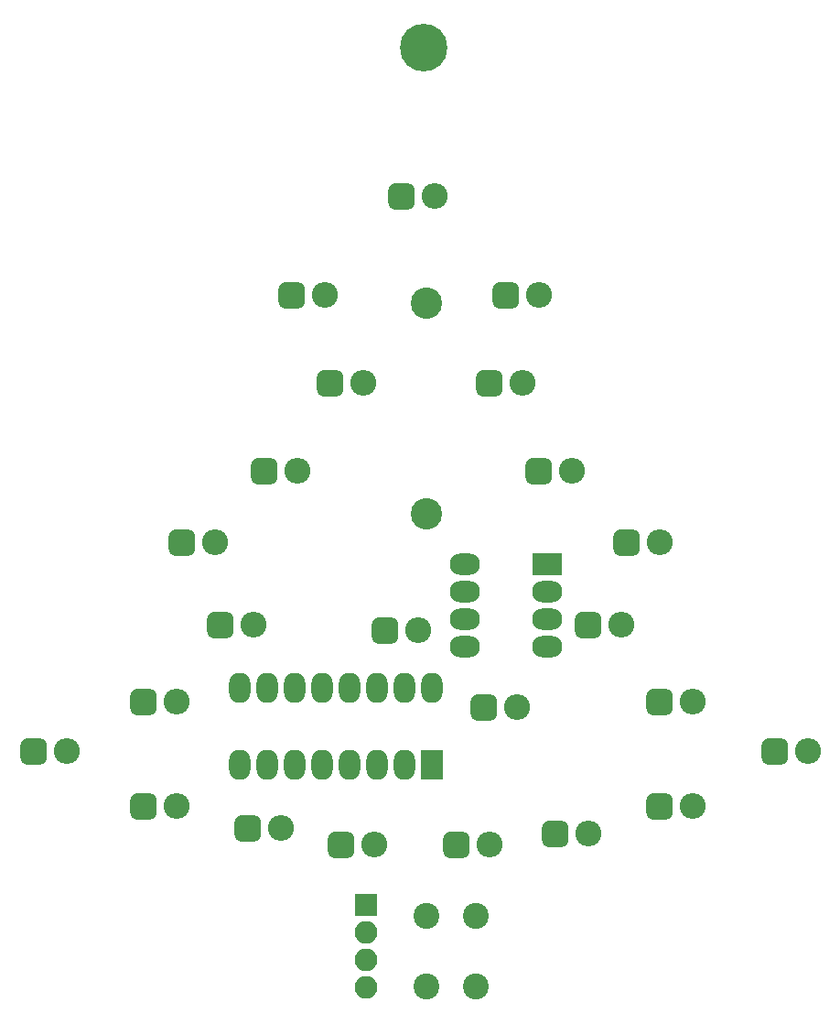
<source format=gbr>
G04 #@! TF.GenerationSoftware,KiCad,Pcbnew,(5.0.0)*
G04 #@! TF.CreationDate,2019-09-06T15:11:28-04:00*
G04 #@! TF.ProjectId,Christmas Tree,4368726973746D617320547265652E6B,rev?*
G04 #@! TF.SameCoordinates,Original*
G04 #@! TF.FileFunction,Soldermask,Bot*
G04 #@! TF.FilePolarity,Negative*
%FSLAX46Y46*%
G04 Gerber Fmt 4.6, Leading zero omitted, Abs format (unit mm)*
G04 Created by KiCad (PCBNEW (5.0.0)) date 09/06/19 15:11:28*
%MOMM*%
%LPD*%
G01*
G04 APERTURE LIST*
%ADD10C,2.900000*%
%ADD11C,2.400000*%
%ADD12C,4.400000*%
%ADD13C,0.100000*%
%ADD14O,2.400000X2.400000*%
%ADD15R,2.000000X2.800000*%
%ADD16O,2.000000X2.800000*%
%ADD17O,2.100000X2.100000*%
%ADD18R,2.100000X2.100000*%
%ADD19O,2.800000X2.000000*%
%ADD20R,2.800000X2.000000*%
G04 APERTURE END LIST*
D10*
G04 #@! TO.C,Battery1*
X133096000Y-100456000D03*
X133096000Y-80956000D03*
G04 #@! TD*
D11*
G04 #@! TO.C,BTN1*
X133168000Y-137668000D03*
X137668000Y-137668000D03*
X133168000Y-144168000D03*
X137668000Y-144168000D03*
G04 #@! TD*
D12*
G04 #@! TO.C,HOOK*
X132842000Y-57364000D03*
G04 #@! TD*
D13*
G04 #@! TO.C,D1*
G36*
X125884810Y-129866889D02*
X125943054Y-129875529D01*
X126000171Y-129889836D01*
X126055610Y-129909672D01*
X126108838Y-129934847D01*
X126159342Y-129965118D01*
X126206636Y-130000194D01*
X126250264Y-130039736D01*
X126289806Y-130083364D01*
X126324882Y-130130658D01*
X126355153Y-130181162D01*
X126380328Y-130234390D01*
X126400164Y-130289829D01*
X126414471Y-130346946D01*
X126423111Y-130405190D01*
X126426000Y-130464000D01*
X126426000Y-131664000D01*
X126423111Y-131722810D01*
X126414471Y-131781054D01*
X126400164Y-131838171D01*
X126380328Y-131893610D01*
X126355153Y-131946838D01*
X126324882Y-131997342D01*
X126289806Y-132044636D01*
X126250264Y-132088264D01*
X126206636Y-132127806D01*
X126159342Y-132162882D01*
X126108838Y-132193153D01*
X126055610Y-132218328D01*
X126000171Y-132238164D01*
X125943054Y-132252471D01*
X125884810Y-132261111D01*
X125826000Y-132264000D01*
X124626000Y-132264000D01*
X124567190Y-132261111D01*
X124508946Y-132252471D01*
X124451829Y-132238164D01*
X124396390Y-132218328D01*
X124343162Y-132193153D01*
X124292658Y-132162882D01*
X124245364Y-132127806D01*
X124201736Y-132088264D01*
X124162194Y-132044636D01*
X124127118Y-131997342D01*
X124096847Y-131946838D01*
X124071672Y-131893610D01*
X124051836Y-131838171D01*
X124037529Y-131781054D01*
X124028889Y-131722810D01*
X124026000Y-131664000D01*
X124026000Y-130464000D01*
X124028889Y-130405190D01*
X124037529Y-130346946D01*
X124051836Y-130289829D01*
X124071672Y-130234390D01*
X124096847Y-130181162D01*
X124127118Y-130130658D01*
X124162194Y-130083364D01*
X124201736Y-130039736D01*
X124245364Y-130000194D01*
X124292658Y-129965118D01*
X124343162Y-129934847D01*
X124396390Y-129909672D01*
X124451829Y-129889836D01*
X124508946Y-129875529D01*
X124567190Y-129866889D01*
X124626000Y-129864000D01*
X125826000Y-129864000D01*
X125884810Y-129866889D01*
X125884810Y-129866889D01*
G37*
D11*
X125226000Y-131064000D03*
D14*
X128266000Y-131064000D03*
G04 #@! TD*
G04 #@! TO.C,D2*
X119630000Y-129540000D03*
D13*
G36*
X117248810Y-128342889D02*
X117307054Y-128351529D01*
X117364171Y-128365836D01*
X117419610Y-128385672D01*
X117472838Y-128410847D01*
X117523342Y-128441118D01*
X117570636Y-128476194D01*
X117614264Y-128515736D01*
X117653806Y-128559364D01*
X117688882Y-128606658D01*
X117719153Y-128657162D01*
X117744328Y-128710390D01*
X117764164Y-128765829D01*
X117778471Y-128822946D01*
X117787111Y-128881190D01*
X117790000Y-128940000D01*
X117790000Y-130140000D01*
X117787111Y-130198810D01*
X117778471Y-130257054D01*
X117764164Y-130314171D01*
X117744328Y-130369610D01*
X117719153Y-130422838D01*
X117688882Y-130473342D01*
X117653806Y-130520636D01*
X117614264Y-130564264D01*
X117570636Y-130603806D01*
X117523342Y-130638882D01*
X117472838Y-130669153D01*
X117419610Y-130694328D01*
X117364171Y-130714164D01*
X117307054Y-130728471D01*
X117248810Y-130737111D01*
X117190000Y-130740000D01*
X115990000Y-130740000D01*
X115931190Y-130737111D01*
X115872946Y-130728471D01*
X115815829Y-130714164D01*
X115760390Y-130694328D01*
X115707162Y-130669153D01*
X115656658Y-130638882D01*
X115609364Y-130603806D01*
X115565736Y-130564264D01*
X115526194Y-130520636D01*
X115491118Y-130473342D01*
X115460847Y-130422838D01*
X115435672Y-130369610D01*
X115415836Y-130314171D01*
X115401529Y-130257054D01*
X115392889Y-130198810D01*
X115390000Y-130140000D01*
X115390000Y-128940000D01*
X115392889Y-128881190D01*
X115401529Y-128822946D01*
X115415836Y-128765829D01*
X115435672Y-128710390D01*
X115460847Y-128657162D01*
X115491118Y-128606658D01*
X115526194Y-128559364D01*
X115565736Y-128515736D01*
X115609364Y-128476194D01*
X115656658Y-128441118D01*
X115707162Y-128410847D01*
X115760390Y-128385672D01*
X115815829Y-128365836D01*
X115872946Y-128351529D01*
X115931190Y-128342889D01*
X115990000Y-128340000D01*
X117190000Y-128340000D01*
X117248810Y-128342889D01*
X117248810Y-128342889D01*
G37*
D11*
X116590000Y-129540000D03*
G04 #@! TD*
D13*
G04 #@! TO.C,D3*
G36*
X107596810Y-126310889D02*
X107655054Y-126319529D01*
X107712171Y-126333836D01*
X107767610Y-126353672D01*
X107820838Y-126378847D01*
X107871342Y-126409118D01*
X107918636Y-126444194D01*
X107962264Y-126483736D01*
X108001806Y-126527364D01*
X108036882Y-126574658D01*
X108067153Y-126625162D01*
X108092328Y-126678390D01*
X108112164Y-126733829D01*
X108126471Y-126790946D01*
X108135111Y-126849190D01*
X108138000Y-126908000D01*
X108138000Y-128108000D01*
X108135111Y-128166810D01*
X108126471Y-128225054D01*
X108112164Y-128282171D01*
X108092328Y-128337610D01*
X108067153Y-128390838D01*
X108036882Y-128441342D01*
X108001806Y-128488636D01*
X107962264Y-128532264D01*
X107918636Y-128571806D01*
X107871342Y-128606882D01*
X107820838Y-128637153D01*
X107767610Y-128662328D01*
X107712171Y-128682164D01*
X107655054Y-128696471D01*
X107596810Y-128705111D01*
X107538000Y-128708000D01*
X106338000Y-128708000D01*
X106279190Y-128705111D01*
X106220946Y-128696471D01*
X106163829Y-128682164D01*
X106108390Y-128662328D01*
X106055162Y-128637153D01*
X106004658Y-128606882D01*
X105957364Y-128571806D01*
X105913736Y-128532264D01*
X105874194Y-128488636D01*
X105839118Y-128441342D01*
X105808847Y-128390838D01*
X105783672Y-128337610D01*
X105763836Y-128282171D01*
X105749529Y-128225054D01*
X105740889Y-128166810D01*
X105738000Y-128108000D01*
X105738000Y-126908000D01*
X105740889Y-126849190D01*
X105749529Y-126790946D01*
X105763836Y-126733829D01*
X105783672Y-126678390D01*
X105808847Y-126625162D01*
X105839118Y-126574658D01*
X105874194Y-126527364D01*
X105913736Y-126483736D01*
X105957364Y-126444194D01*
X106004658Y-126409118D01*
X106055162Y-126378847D01*
X106108390Y-126353672D01*
X106163829Y-126333836D01*
X106220946Y-126319529D01*
X106279190Y-126310889D01*
X106338000Y-126308000D01*
X107538000Y-126308000D01*
X107596810Y-126310889D01*
X107596810Y-126310889D01*
G37*
D11*
X106938000Y-127508000D03*
D14*
X109978000Y-127508000D03*
G04 #@! TD*
G04 #@! TO.C,D4*
X99818000Y-122428000D03*
D13*
G36*
X97436810Y-121230889D02*
X97495054Y-121239529D01*
X97552171Y-121253836D01*
X97607610Y-121273672D01*
X97660838Y-121298847D01*
X97711342Y-121329118D01*
X97758636Y-121364194D01*
X97802264Y-121403736D01*
X97841806Y-121447364D01*
X97876882Y-121494658D01*
X97907153Y-121545162D01*
X97932328Y-121598390D01*
X97952164Y-121653829D01*
X97966471Y-121710946D01*
X97975111Y-121769190D01*
X97978000Y-121828000D01*
X97978000Y-123028000D01*
X97975111Y-123086810D01*
X97966471Y-123145054D01*
X97952164Y-123202171D01*
X97932328Y-123257610D01*
X97907153Y-123310838D01*
X97876882Y-123361342D01*
X97841806Y-123408636D01*
X97802264Y-123452264D01*
X97758636Y-123491806D01*
X97711342Y-123526882D01*
X97660838Y-123557153D01*
X97607610Y-123582328D01*
X97552171Y-123602164D01*
X97495054Y-123616471D01*
X97436810Y-123625111D01*
X97378000Y-123628000D01*
X96178000Y-123628000D01*
X96119190Y-123625111D01*
X96060946Y-123616471D01*
X96003829Y-123602164D01*
X95948390Y-123582328D01*
X95895162Y-123557153D01*
X95844658Y-123526882D01*
X95797364Y-123491806D01*
X95753736Y-123452264D01*
X95714194Y-123408636D01*
X95679118Y-123361342D01*
X95648847Y-123310838D01*
X95623672Y-123257610D01*
X95603836Y-123202171D01*
X95589529Y-123145054D01*
X95580889Y-123086810D01*
X95578000Y-123028000D01*
X95578000Y-121828000D01*
X95580889Y-121769190D01*
X95589529Y-121710946D01*
X95603836Y-121653829D01*
X95623672Y-121598390D01*
X95648847Y-121545162D01*
X95679118Y-121494658D01*
X95714194Y-121447364D01*
X95753736Y-121403736D01*
X95797364Y-121364194D01*
X95844658Y-121329118D01*
X95895162Y-121298847D01*
X95948390Y-121273672D01*
X96003829Y-121253836D01*
X96060946Y-121239529D01*
X96119190Y-121230889D01*
X96178000Y-121228000D01*
X97378000Y-121228000D01*
X97436810Y-121230889D01*
X97436810Y-121230889D01*
G37*
D11*
X96778000Y-122428000D03*
G04 #@! TD*
D13*
G04 #@! TO.C,D5*
G36*
X107596810Y-116658889D02*
X107655054Y-116667529D01*
X107712171Y-116681836D01*
X107767610Y-116701672D01*
X107820838Y-116726847D01*
X107871342Y-116757118D01*
X107918636Y-116792194D01*
X107962264Y-116831736D01*
X108001806Y-116875364D01*
X108036882Y-116922658D01*
X108067153Y-116973162D01*
X108092328Y-117026390D01*
X108112164Y-117081829D01*
X108126471Y-117138946D01*
X108135111Y-117197190D01*
X108138000Y-117256000D01*
X108138000Y-118456000D01*
X108135111Y-118514810D01*
X108126471Y-118573054D01*
X108112164Y-118630171D01*
X108092328Y-118685610D01*
X108067153Y-118738838D01*
X108036882Y-118789342D01*
X108001806Y-118836636D01*
X107962264Y-118880264D01*
X107918636Y-118919806D01*
X107871342Y-118954882D01*
X107820838Y-118985153D01*
X107767610Y-119010328D01*
X107712171Y-119030164D01*
X107655054Y-119044471D01*
X107596810Y-119053111D01*
X107538000Y-119056000D01*
X106338000Y-119056000D01*
X106279190Y-119053111D01*
X106220946Y-119044471D01*
X106163829Y-119030164D01*
X106108390Y-119010328D01*
X106055162Y-118985153D01*
X106004658Y-118954882D01*
X105957364Y-118919806D01*
X105913736Y-118880264D01*
X105874194Y-118836636D01*
X105839118Y-118789342D01*
X105808847Y-118738838D01*
X105783672Y-118685610D01*
X105763836Y-118630171D01*
X105749529Y-118573054D01*
X105740889Y-118514810D01*
X105738000Y-118456000D01*
X105738000Y-117256000D01*
X105740889Y-117197190D01*
X105749529Y-117138946D01*
X105763836Y-117081829D01*
X105783672Y-117026390D01*
X105808847Y-116973162D01*
X105839118Y-116922658D01*
X105874194Y-116875364D01*
X105913736Y-116831736D01*
X105957364Y-116792194D01*
X106004658Y-116757118D01*
X106055162Y-116726847D01*
X106108390Y-116701672D01*
X106163829Y-116681836D01*
X106220946Y-116667529D01*
X106279190Y-116658889D01*
X106338000Y-116656000D01*
X107538000Y-116656000D01*
X107596810Y-116658889D01*
X107596810Y-116658889D01*
G37*
D11*
X106938000Y-117856000D03*
D14*
X109978000Y-117856000D03*
G04 #@! TD*
G04 #@! TO.C,D6*
X117090000Y-110744000D03*
D13*
G36*
X114708810Y-109546889D02*
X114767054Y-109555529D01*
X114824171Y-109569836D01*
X114879610Y-109589672D01*
X114932838Y-109614847D01*
X114983342Y-109645118D01*
X115030636Y-109680194D01*
X115074264Y-109719736D01*
X115113806Y-109763364D01*
X115148882Y-109810658D01*
X115179153Y-109861162D01*
X115204328Y-109914390D01*
X115224164Y-109969829D01*
X115238471Y-110026946D01*
X115247111Y-110085190D01*
X115250000Y-110144000D01*
X115250000Y-111344000D01*
X115247111Y-111402810D01*
X115238471Y-111461054D01*
X115224164Y-111518171D01*
X115204328Y-111573610D01*
X115179153Y-111626838D01*
X115148882Y-111677342D01*
X115113806Y-111724636D01*
X115074264Y-111768264D01*
X115030636Y-111807806D01*
X114983342Y-111842882D01*
X114932838Y-111873153D01*
X114879610Y-111898328D01*
X114824171Y-111918164D01*
X114767054Y-111932471D01*
X114708810Y-111941111D01*
X114650000Y-111944000D01*
X113450000Y-111944000D01*
X113391190Y-111941111D01*
X113332946Y-111932471D01*
X113275829Y-111918164D01*
X113220390Y-111898328D01*
X113167162Y-111873153D01*
X113116658Y-111842882D01*
X113069364Y-111807806D01*
X113025736Y-111768264D01*
X112986194Y-111724636D01*
X112951118Y-111677342D01*
X112920847Y-111626838D01*
X112895672Y-111573610D01*
X112875836Y-111518171D01*
X112861529Y-111461054D01*
X112852889Y-111402810D01*
X112850000Y-111344000D01*
X112850000Y-110144000D01*
X112852889Y-110085190D01*
X112861529Y-110026946D01*
X112875836Y-109969829D01*
X112895672Y-109914390D01*
X112920847Y-109861162D01*
X112951118Y-109810658D01*
X112986194Y-109763364D01*
X113025736Y-109719736D01*
X113069364Y-109680194D01*
X113116658Y-109645118D01*
X113167162Y-109614847D01*
X113220390Y-109589672D01*
X113275829Y-109569836D01*
X113332946Y-109555529D01*
X113391190Y-109546889D01*
X113450000Y-109544000D01*
X114650000Y-109544000D01*
X114708810Y-109546889D01*
X114708810Y-109546889D01*
G37*
D11*
X114050000Y-110744000D03*
G04 #@! TD*
D13*
G04 #@! TO.C,D7*
G36*
X111152810Y-101926889D02*
X111211054Y-101935529D01*
X111268171Y-101949836D01*
X111323610Y-101969672D01*
X111376838Y-101994847D01*
X111427342Y-102025118D01*
X111474636Y-102060194D01*
X111518264Y-102099736D01*
X111557806Y-102143364D01*
X111592882Y-102190658D01*
X111623153Y-102241162D01*
X111648328Y-102294390D01*
X111668164Y-102349829D01*
X111682471Y-102406946D01*
X111691111Y-102465190D01*
X111694000Y-102524000D01*
X111694000Y-103724000D01*
X111691111Y-103782810D01*
X111682471Y-103841054D01*
X111668164Y-103898171D01*
X111648328Y-103953610D01*
X111623153Y-104006838D01*
X111592882Y-104057342D01*
X111557806Y-104104636D01*
X111518264Y-104148264D01*
X111474636Y-104187806D01*
X111427342Y-104222882D01*
X111376838Y-104253153D01*
X111323610Y-104278328D01*
X111268171Y-104298164D01*
X111211054Y-104312471D01*
X111152810Y-104321111D01*
X111094000Y-104324000D01*
X109894000Y-104324000D01*
X109835190Y-104321111D01*
X109776946Y-104312471D01*
X109719829Y-104298164D01*
X109664390Y-104278328D01*
X109611162Y-104253153D01*
X109560658Y-104222882D01*
X109513364Y-104187806D01*
X109469736Y-104148264D01*
X109430194Y-104104636D01*
X109395118Y-104057342D01*
X109364847Y-104006838D01*
X109339672Y-103953610D01*
X109319836Y-103898171D01*
X109305529Y-103841054D01*
X109296889Y-103782810D01*
X109294000Y-103724000D01*
X109294000Y-102524000D01*
X109296889Y-102465190D01*
X109305529Y-102406946D01*
X109319836Y-102349829D01*
X109339672Y-102294390D01*
X109364847Y-102241162D01*
X109395118Y-102190658D01*
X109430194Y-102143364D01*
X109469736Y-102099736D01*
X109513364Y-102060194D01*
X109560658Y-102025118D01*
X109611162Y-101994847D01*
X109664390Y-101969672D01*
X109719829Y-101949836D01*
X109776946Y-101935529D01*
X109835190Y-101926889D01*
X109894000Y-101924000D01*
X111094000Y-101924000D01*
X111152810Y-101926889D01*
X111152810Y-101926889D01*
G37*
D11*
X110494000Y-103124000D03*
D14*
X113534000Y-103124000D03*
G04 #@! TD*
G04 #@! TO.C,D8*
X121154000Y-96520000D03*
D13*
G36*
X118772810Y-95322889D02*
X118831054Y-95331529D01*
X118888171Y-95345836D01*
X118943610Y-95365672D01*
X118996838Y-95390847D01*
X119047342Y-95421118D01*
X119094636Y-95456194D01*
X119138264Y-95495736D01*
X119177806Y-95539364D01*
X119212882Y-95586658D01*
X119243153Y-95637162D01*
X119268328Y-95690390D01*
X119288164Y-95745829D01*
X119302471Y-95802946D01*
X119311111Y-95861190D01*
X119314000Y-95920000D01*
X119314000Y-97120000D01*
X119311111Y-97178810D01*
X119302471Y-97237054D01*
X119288164Y-97294171D01*
X119268328Y-97349610D01*
X119243153Y-97402838D01*
X119212882Y-97453342D01*
X119177806Y-97500636D01*
X119138264Y-97544264D01*
X119094636Y-97583806D01*
X119047342Y-97618882D01*
X118996838Y-97649153D01*
X118943610Y-97674328D01*
X118888171Y-97694164D01*
X118831054Y-97708471D01*
X118772810Y-97717111D01*
X118714000Y-97720000D01*
X117514000Y-97720000D01*
X117455190Y-97717111D01*
X117396946Y-97708471D01*
X117339829Y-97694164D01*
X117284390Y-97674328D01*
X117231162Y-97649153D01*
X117180658Y-97618882D01*
X117133364Y-97583806D01*
X117089736Y-97544264D01*
X117050194Y-97500636D01*
X117015118Y-97453342D01*
X116984847Y-97402838D01*
X116959672Y-97349610D01*
X116939836Y-97294171D01*
X116925529Y-97237054D01*
X116916889Y-97178810D01*
X116914000Y-97120000D01*
X116914000Y-95920000D01*
X116916889Y-95861190D01*
X116925529Y-95802946D01*
X116939836Y-95745829D01*
X116959672Y-95690390D01*
X116984847Y-95637162D01*
X117015118Y-95586658D01*
X117050194Y-95539364D01*
X117089736Y-95495736D01*
X117133364Y-95456194D01*
X117180658Y-95421118D01*
X117231162Y-95390847D01*
X117284390Y-95365672D01*
X117339829Y-95345836D01*
X117396946Y-95331529D01*
X117455190Y-95322889D01*
X117514000Y-95320000D01*
X118714000Y-95320000D01*
X118772810Y-95322889D01*
X118772810Y-95322889D01*
G37*
D11*
X118114000Y-96520000D03*
G04 #@! TD*
D13*
G04 #@! TO.C,D9*
G36*
X124868810Y-87194889D02*
X124927054Y-87203529D01*
X124984171Y-87217836D01*
X125039610Y-87237672D01*
X125092838Y-87262847D01*
X125143342Y-87293118D01*
X125190636Y-87328194D01*
X125234264Y-87367736D01*
X125273806Y-87411364D01*
X125308882Y-87458658D01*
X125339153Y-87509162D01*
X125364328Y-87562390D01*
X125384164Y-87617829D01*
X125398471Y-87674946D01*
X125407111Y-87733190D01*
X125410000Y-87792000D01*
X125410000Y-88992000D01*
X125407111Y-89050810D01*
X125398471Y-89109054D01*
X125384164Y-89166171D01*
X125364328Y-89221610D01*
X125339153Y-89274838D01*
X125308882Y-89325342D01*
X125273806Y-89372636D01*
X125234264Y-89416264D01*
X125190636Y-89455806D01*
X125143342Y-89490882D01*
X125092838Y-89521153D01*
X125039610Y-89546328D01*
X124984171Y-89566164D01*
X124927054Y-89580471D01*
X124868810Y-89589111D01*
X124810000Y-89592000D01*
X123610000Y-89592000D01*
X123551190Y-89589111D01*
X123492946Y-89580471D01*
X123435829Y-89566164D01*
X123380390Y-89546328D01*
X123327162Y-89521153D01*
X123276658Y-89490882D01*
X123229364Y-89455806D01*
X123185736Y-89416264D01*
X123146194Y-89372636D01*
X123111118Y-89325342D01*
X123080847Y-89274838D01*
X123055672Y-89221610D01*
X123035836Y-89166171D01*
X123021529Y-89109054D01*
X123012889Y-89050810D01*
X123010000Y-88992000D01*
X123010000Y-87792000D01*
X123012889Y-87733190D01*
X123021529Y-87674946D01*
X123035836Y-87617829D01*
X123055672Y-87562390D01*
X123080847Y-87509162D01*
X123111118Y-87458658D01*
X123146194Y-87411364D01*
X123185736Y-87367736D01*
X123229364Y-87328194D01*
X123276658Y-87293118D01*
X123327162Y-87262847D01*
X123380390Y-87237672D01*
X123435829Y-87217836D01*
X123492946Y-87203529D01*
X123551190Y-87194889D01*
X123610000Y-87192000D01*
X124810000Y-87192000D01*
X124868810Y-87194889D01*
X124868810Y-87194889D01*
G37*
D11*
X124210000Y-88392000D03*
D14*
X127250000Y-88392000D03*
G04 #@! TD*
D13*
G04 #@! TO.C,D10*
G36*
X121312810Y-79066889D02*
X121371054Y-79075529D01*
X121428171Y-79089836D01*
X121483610Y-79109672D01*
X121536838Y-79134847D01*
X121587342Y-79165118D01*
X121634636Y-79200194D01*
X121678264Y-79239736D01*
X121717806Y-79283364D01*
X121752882Y-79330658D01*
X121783153Y-79381162D01*
X121808328Y-79434390D01*
X121828164Y-79489829D01*
X121842471Y-79546946D01*
X121851111Y-79605190D01*
X121854000Y-79664000D01*
X121854000Y-80864000D01*
X121851111Y-80922810D01*
X121842471Y-80981054D01*
X121828164Y-81038171D01*
X121808328Y-81093610D01*
X121783153Y-81146838D01*
X121752882Y-81197342D01*
X121717806Y-81244636D01*
X121678264Y-81288264D01*
X121634636Y-81327806D01*
X121587342Y-81362882D01*
X121536838Y-81393153D01*
X121483610Y-81418328D01*
X121428171Y-81438164D01*
X121371054Y-81452471D01*
X121312810Y-81461111D01*
X121254000Y-81464000D01*
X120054000Y-81464000D01*
X119995190Y-81461111D01*
X119936946Y-81452471D01*
X119879829Y-81438164D01*
X119824390Y-81418328D01*
X119771162Y-81393153D01*
X119720658Y-81362882D01*
X119673364Y-81327806D01*
X119629736Y-81288264D01*
X119590194Y-81244636D01*
X119555118Y-81197342D01*
X119524847Y-81146838D01*
X119499672Y-81093610D01*
X119479836Y-81038171D01*
X119465529Y-80981054D01*
X119456889Y-80922810D01*
X119454000Y-80864000D01*
X119454000Y-79664000D01*
X119456889Y-79605190D01*
X119465529Y-79546946D01*
X119479836Y-79489829D01*
X119499672Y-79434390D01*
X119524847Y-79381162D01*
X119555118Y-79330658D01*
X119590194Y-79283364D01*
X119629736Y-79239736D01*
X119673364Y-79200194D01*
X119720658Y-79165118D01*
X119771162Y-79134847D01*
X119824390Y-79109672D01*
X119879829Y-79089836D01*
X119936946Y-79075529D01*
X119995190Y-79066889D01*
X120054000Y-79064000D01*
X121254000Y-79064000D01*
X121312810Y-79066889D01*
X121312810Y-79066889D01*
G37*
D11*
X120654000Y-80264000D03*
D14*
X123694000Y-80264000D03*
G04 #@! TD*
G04 #@! TO.C,D11*
X133854000Y-71120000D03*
D13*
G36*
X131472810Y-69922889D02*
X131531054Y-69931529D01*
X131588171Y-69945836D01*
X131643610Y-69965672D01*
X131696838Y-69990847D01*
X131747342Y-70021118D01*
X131794636Y-70056194D01*
X131838264Y-70095736D01*
X131877806Y-70139364D01*
X131912882Y-70186658D01*
X131943153Y-70237162D01*
X131968328Y-70290390D01*
X131988164Y-70345829D01*
X132002471Y-70402946D01*
X132011111Y-70461190D01*
X132014000Y-70520000D01*
X132014000Y-71720000D01*
X132011111Y-71778810D01*
X132002471Y-71837054D01*
X131988164Y-71894171D01*
X131968328Y-71949610D01*
X131943153Y-72002838D01*
X131912882Y-72053342D01*
X131877806Y-72100636D01*
X131838264Y-72144264D01*
X131794636Y-72183806D01*
X131747342Y-72218882D01*
X131696838Y-72249153D01*
X131643610Y-72274328D01*
X131588171Y-72294164D01*
X131531054Y-72308471D01*
X131472810Y-72317111D01*
X131414000Y-72320000D01*
X130214000Y-72320000D01*
X130155190Y-72317111D01*
X130096946Y-72308471D01*
X130039829Y-72294164D01*
X129984390Y-72274328D01*
X129931162Y-72249153D01*
X129880658Y-72218882D01*
X129833364Y-72183806D01*
X129789736Y-72144264D01*
X129750194Y-72100636D01*
X129715118Y-72053342D01*
X129684847Y-72002838D01*
X129659672Y-71949610D01*
X129639836Y-71894171D01*
X129625529Y-71837054D01*
X129616889Y-71778810D01*
X129614000Y-71720000D01*
X129614000Y-70520000D01*
X129616889Y-70461190D01*
X129625529Y-70402946D01*
X129639836Y-70345829D01*
X129659672Y-70290390D01*
X129684847Y-70237162D01*
X129715118Y-70186658D01*
X129750194Y-70139364D01*
X129789736Y-70095736D01*
X129833364Y-70056194D01*
X129880658Y-70021118D01*
X129931162Y-69990847D01*
X129984390Y-69965672D01*
X130039829Y-69945836D01*
X130096946Y-69931529D01*
X130155190Y-69922889D01*
X130214000Y-69920000D01*
X131414000Y-69920000D01*
X131472810Y-69922889D01*
X131472810Y-69922889D01*
G37*
D11*
X130814000Y-71120000D03*
G04 #@! TD*
D13*
G04 #@! TO.C,D12*
G36*
X141124810Y-79066889D02*
X141183054Y-79075529D01*
X141240171Y-79089836D01*
X141295610Y-79109672D01*
X141348838Y-79134847D01*
X141399342Y-79165118D01*
X141446636Y-79200194D01*
X141490264Y-79239736D01*
X141529806Y-79283364D01*
X141564882Y-79330658D01*
X141595153Y-79381162D01*
X141620328Y-79434390D01*
X141640164Y-79489829D01*
X141654471Y-79546946D01*
X141663111Y-79605190D01*
X141666000Y-79664000D01*
X141666000Y-80864000D01*
X141663111Y-80922810D01*
X141654471Y-80981054D01*
X141640164Y-81038171D01*
X141620328Y-81093610D01*
X141595153Y-81146838D01*
X141564882Y-81197342D01*
X141529806Y-81244636D01*
X141490264Y-81288264D01*
X141446636Y-81327806D01*
X141399342Y-81362882D01*
X141348838Y-81393153D01*
X141295610Y-81418328D01*
X141240171Y-81438164D01*
X141183054Y-81452471D01*
X141124810Y-81461111D01*
X141066000Y-81464000D01*
X139866000Y-81464000D01*
X139807190Y-81461111D01*
X139748946Y-81452471D01*
X139691829Y-81438164D01*
X139636390Y-81418328D01*
X139583162Y-81393153D01*
X139532658Y-81362882D01*
X139485364Y-81327806D01*
X139441736Y-81288264D01*
X139402194Y-81244636D01*
X139367118Y-81197342D01*
X139336847Y-81146838D01*
X139311672Y-81093610D01*
X139291836Y-81038171D01*
X139277529Y-80981054D01*
X139268889Y-80922810D01*
X139266000Y-80864000D01*
X139266000Y-79664000D01*
X139268889Y-79605190D01*
X139277529Y-79546946D01*
X139291836Y-79489829D01*
X139311672Y-79434390D01*
X139336847Y-79381162D01*
X139367118Y-79330658D01*
X139402194Y-79283364D01*
X139441736Y-79239736D01*
X139485364Y-79200194D01*
X139532658Y-79165118D01*
X139583162Y-79134847D01*
X139636390Y-79109672D01*
X139691829Y-79089836D01*
X139748946Y-79075529D01*
X139807190Y-79066889D01*
X139866000Y-79064000D01*
X141066000Y-79064000D01*
X141124810Y-79066889D01*
X141124810Y-79066889D01*
G37*
D11*
X140466000Y-80264000D03*
D14*
X143506000Y-80264000D03*
G04 #@! TD*
G04 #@! TO.C,D13*
X141982000Y-88392000D03*
D13*
G36*
X139600810Y-87194889D02*
X139659054Y-87203529D01*
X139716171Y-87217836D01*
X139771610Y-87237672D01*
X139824838Y-87262847D01*
X139875342Y-87293118D01*
X139922636Y-87328194D01*
X139966264Y-87367736D01*
X140005806Y-87411364D01*
X140040882Y-87458658D01*
X140071153Y-87509162D01*
X140096328Y-87562390D01*
X140116164Y-87617829D01*
X140130471Y-87674946D01*
X140139111Y-87733190D01*
X140142000Y-87792000D01*
X140142000Y-88992000D01*
X140139111Y-89050810D01*
X140130471Y-89109054D01*
X140116164Y-89166171D01*
X140096328Y-89221610D01*
X140071153Y-89274838D01*
X140040882Y-89325342D01*
X140005806Y-89372636D01*
X139966264Y-89416264D01*
X139922636Y-89455806D01*
X139875342Y-89490882D01*
X139824838Y-89521153D01*
X139771610Y-89546328D01*
X139716171Y-89566164D01*
X139659054Y-89580471D01*
X139600810Y-89589111D01*
X139542000Y-89592000D01*
X138342000Y-89592000D01*
X138283190Y-89589111D01*
X138224946Y-89580471D01*
X138167829Y-89566164D01*
X138112390Y-89546328D01*
X138059162Y-89521153D01*
X138008658Y-89490882D01*
X137961364Y-89455806D01*
X137917736Y-89416264D01*
X137878194Y-89372636D01*
X137843118Y-89325342D01*
X137812847Y-89274838D01*
X137787672Y-89221610D01*
X137767836Y-89166171D01*
X137753529Y-89109054D01*
X137744889Y-89050810D01*
X137742000Y-88992000D01*
X137742000Y-87792000D01*
X137744889Y-87733190D01*
X137753529Y-87674946D01*
X137767836Y-87617829D01*
X137787672Y-87562390D01*
X137812847Y-87509162D01*
X137843118Y-87458658D01*
X137878194Y-87411364D01*
X137917736Y-87367736D01*
X137961364Y-87328194D01*
X138008658Y-87293118D01*
X138059162Y-87262847D01*
X138112390Y-87237672D01*
X138167829Y-87217836D01*
X138224946Y-87203529D01*
X138283190Y-87194889D01*
X138342000Y-87192000D01*
X139542000Y-87192000D01*
X139600810Y-87194889D01*
X139600810Y-87194889D01*
G37*
D11*
X138942000Y-88392000D03*
G04 #@! TD*
D13*
G04 #@! TO.C,D14*
G36*
X144172810Y-95322889D02*
X144231054Y-95331529D01*
X144288171Y-95345836D01*
X144343610Y-95365672D01*
X144396838Y-95390847D01*
X144447342Y-95421118D01*
X144494636Y-95456194D01*
X144538264Y-95495736D01*
X144577806Y-95539364D01*
X144612882Y-95586658D01*
X144643153Y-95637162D01*
X144668328Y-95690390D01*
X144688164Y-95745829D01*
X144702471Y-95802946D01*
X144711111Y-95861190D01*
X144714000Y-95920000D01*
X144714000Y-97120000D01*
X144711111Y-97178810D01*
X144702471Y-97237054D01*
X144688164Y-97294171D01*
X144668328Y-97349610D01*
X144643153Y-97402838D01*
X144612882Y-97453342D01*
X144577806Y-97500636D01*
X144538264Y-97544264D01*
X144494636Y-97583806D01*
X144447342Y-97618882D01*
X144396838Y-97649153D01*
X144343610Y-97674328D01*
X144288171Y-97694164D01*
X144231054Y-97708471D01*
X144172810Y-97717111D01*
X144114000Y-97720000D01*
X142914000Y-97720000D01*
X142855190Y-97717111D01*
X142796946Y-97708471D01*
X142739829Y-97694164D01*
X142684390Y-97674328D01*
X142631162Y-97649153D01*
X142580658Y-97618882D01*
X142533364Y-97583806D01*
X142489736Y-97544264D01*
X142450194Y-97500636D01*
X142415118Y-97453342D01*
X142384847Y-97402838D01*
X142359672Y-97349610D01*
X142339836Y-97294171D01*
X142325529Y-97237054D01*
X142316889Y-97178810D01*
X142314000Y-97120000D01*
X142314000Y-95920000D01*
X142316889Y-95861190D01*
X142325529Y-95802946D01*
X142339836Y-95745829D01*
X142359672Y-95690390D01*
X142384847Y-95637162D01*
X142415118Y-95586658D01*
X142450194Y-95539364D01*
X142489736Y-95495736D01*
X142533364Y-95456194D01*
X142580658Y-95421118D01*
X142631162Y-95390847D01*
X142684390Y-95365672D01*
X142739829Y-95345836D01*
X142796946Y-95331529D01*
X142855190Y-95322889D01*
X142914000Y-95320000D01*
X144114000Y-95320000D01*
X144172810Y-95322889D01*
X144172810Y-95322889D01*
G37*
D11*
X143514000Y-96520000D03*
D14*
X146554000Y-96520000D03*
G04 #@! TD*
G04 #@! TO.C,D15*
X154682000Y-103124000D03*
D13*
G36*
X152300810Y-101926889D02*
X152359054Y-101935529D01*
X152416171Y-101949836D01*
X152471610Y-101969672D01*
X152524838Y-101994847D01*
X152575342Y-102025118D01*
X152622636Y-102060194D01*
X152666264Y-102099736D01*
X152705806Y-102143364D01*
X152740882Y-102190658D01*
X152771153Y-102241162D01*
X152796328Y-102294390D01*
X152816164Y-102349829D01*
X152830471Y-102406946D01*
X152839111Y-102465190D01*
X152842000Y-102524000D01*
X152842000Y-103724000D01*
X152839111Y-103782810D01*
X152830471Y-103841054D01*
X152816164Y-103898171D01*
X152796328Y-103953610D01*
X152771153Y-104006838D01*
X152740882Y-104057342D01*
X152705806Y-104104636D01*
X152666264Y-104148264D01*
X152622636Y-104187806D01*
X152575342Y-104222882D01*
X152524838Y-104253153D01*
X152471610Y-104278328D01*
X152416171Y-104298164D01*
X152359054Y-104312471D01*
X152300810Y-104321111D01*
X152242000Y-104324000D01*
X151042000Y-104324000D01*
X150983190Y-104321111D01*
X150924946Y-104312471D01*
X150867829Y-104298164D01*
X150812390Y-104278328D01*
X150759162Y-104253153D01*
X150708658Y-104222882D01*
X150661364Y-104187806D01*
X150617736Y-104148264D01*
X150578194Y-104104636D01*
X150543118Y-104057342D01*
X150512847Y-104006838D01*
X150487672Y-103953610D01*
X150467836Y-103898171D01*
X150453529Y-103841054D01*
X150444889Y-103782810D01*
X150442000Y-103724000D01*
X150442000Y-102524000D01*
X150444889Y-102465190D01*
X150453529Y-102406946D01*
X150467836Y-102349829D01*
X150487672Y-102294390D01*
X150512847Y-102241162D01*
X150543118Y-102190658D01*
X150578194Y-102143364D01*
X150617736Y-102099736D01*
X150661364Y-102060194D01*
X150708658Y-102025118D01*
X150759162Y-101994847D01*
X150812390Y-101969672D01*
X150867829Y-101949836D01*
X150924946Y-101935529D01*
X150983190Y-101926889D01*
X151042000Y-101924000D01*
X152242000Y-101924000D01*
X152300810Y-101926889D01*
X152300810Y-101926889D01*
G37*
D11*
X151642000Y-103124000D03*
G04 #@! TD*
D13*
G04 #@! TO.C,D16*
G36*
X148744810Y-109546889D02*
X148803054Y-109555529D01*
X148860171Y-109569836D01*
X148915610Y-109589672D01*
X148968838Y-109614847D01*
X149019342Y-109645118D01*
X149066636Y-109680194D01*
X149110264Y-109719736D01*
X149149806Y-109763364D01*
X149184882Y-109810658D01*
X149215153Y-109861162D01*
X149240328Y-109914390D01*
X149260164Y-109969829D01*
X149274471Y-110026946D01*
X149283111Y-110085190D01*
X149286000Y-110144000D01*
X149286000Y-111344000D01*
X149283111Y-111402810D01*
X149274471Y-111461054D01*
X149260164Y-111518171D01*
X149240328Y-111573610D01*
X149215153Y-111626838D01*
X149184882Y-111677342D01*
X149149806Y-111724636D01*
X149110264Y-111768264D01*
X149066636Y-111807806D01*
X149019342Y-111842882D01*
X148968838Y-111873153D01*
X148915610Y-111898328D01*
X148860171Y-111918164D01*
X148803054Y-111932471D01*
X148744810Y-111941111D01*
X148686000Y-111944000D01*
X147486000Y-111944000D01*
X147427190Y-111941111D01*
X147368946Y-111932471D01*
X147311829Y-111918164D01*
X147256390Y-111898328D01*
X147203162Y-111873153D01*
X147152658Y-111842882D01*
X147105364Y-111807806D01*
X147061736Y-111768264D01*
X147022194Y-111724636D01*
X146987118Y-111677342D01*
X146956847Y-111626838D01*
X146931672Y-111573610D01*
X146911836Y-111518171D01*
X146897529Y-111461054D01*
X146888889Y-111402810D01*
X146886000Y-111344000D01*
X146886000Y-110144000D01*
X146888889Y-110085190D01*
X146897529Y-110026946D01*
X146911836Y-109969829D01*
X146931672Y-109914390D01*
X146956847Y-109861162D01*
X146987118Y-109810658D01*
X147022194Y-109763364D01*
X147061736Y-109719736D01*
X147105364Y-109680194D01*
X147152658Y-109645118D01*
X147203162Y-109614847D01*
X147256390Y-109589672D01*
X147311829Y-109569836D01*
X147368946Y-109555529D01*
X147427190Y-109546889D01*
X147486000Y-109544000D01*
X148686000Y-109544000D01*
X148744810Y-109546889D01*
X148744810Y-109546889D01*
G37*
D11*
X148086000Y-110744000D03*
D14*
X151126000Y-110744000D03*
G04 #@! TD*
G04 #@! TO.C,D17*
X157730000Y-117856000D03*
D13*
G36*
X155348810Y-116658889D02*
X155407054Y-116667529D01*
X155464171Y-116681836D01*
X155519610Y-116701672D01*
X155572838Y-116726847D01*
X155623342Y-116757118D01*
X155670636Y-116792194D01*
X155714264Y-116831736D01*
X155753806Y-116875364D01*
X155788882Y-116922658D01*
X155819153Y-116973162D01*
X155844328Y-117026390D01*
X155864164Y-117081829D01*
X155878471Y-117138946D01*
X155887111Y-117197190D01*
X155890000Y-117256000D01*
X155890000Y-118456000D01*
X155887111Y-118514810D01*
X155878471Y-118573054D01*
X155864164Y-118630171D01*
X155844328Y-118685610D01*
X155819153Y-118738838D01*
X155788882Y-118789342D01*
X155753806Y-118836636D01*
X155714264Y-118880264D01*
X155670636Y-118919806D01*
X155623342Y-118954882D01*
X155572838Y-118985153D01*
X155519610Y-119010328D01*
X155464171Y-119030164D01*
X155407054Y-119044471D01*
X155348810Y-119053111D01*
X155290000Y-119056000D01*
X154090000Y-119056000D01*
X154031190Y-119053111D01*
X153972946Y-119044471D01*
X153915829Y-119030164D01*
X153860390Y-119010328D01*
X153807162Y-118985153D01*
X153756658Y-118954882D01*
X153709364Y-118919806D01*
X153665736Y-118880264D01*
X153626194Y-118836636D01*
X153591118Y-118789342D01*
X153560847Y-118738838D01*
X153535672Y-118685610D01*
X153515836Y-118630171D01*
X153501529Y-118573054D01*
X153492889Y-118514810D01*
X153490000Y-118456000D01*
X153490000Y-117256000D01*
X153492889Y-117197190D01*
X153501529Y-117138946D01*
X153515836Y-117081829D01*
X153535672Y-117026390D01*
X153560847Y-116973162D01*
X153591118Y-116922658D01*
X153626194Y-116875364D01*
X153665736Y-116831736D01*
X153709364Y-116792194D01*
X153756658Y-116757118D01*
X153807162Y-116726847D01*
X153860390Y-116701672D01*
X153915829Y-116681836D01*
X153972946Y-116667529D01*
X154031190Y-116658889D01*
X154090000Y-116656000D01*
X155290000Y-116656000D01*
X155348810Y-116658889D01*
X155348810Y-116658889D01*
G37*
D11*
X154690000Y-117856000D03*
G04 #@! TD*
D13*
G04 #@! TO.C,D18*
G36*
X166016810Y-121230889D02*
X166075054Y-121239529D01*
X166132171Y-121253836D01*
X166187610Y-121273672D01*
X166240838Y-121298847D01*
X166291342Y-121329118D01*
X166338636Y-121364194D01*
X166382264Y-121403736D01*
X166421806Y-121447364D01*
X166456882Y-121494658D01*
X166487153Y-121545162D01*
X166512328Y-121598390D01*
X166532164Y-121653829D01*
X166546471Y-121710946D01*
X166555111Y-121769190D01*
X166558000Y-121828000D01*
X166558000Y-123028000D01*
X166555111Y-123086810D01*
X166546471Y-123145054D01*
X166532164Y-123202171D01*
X166512328Y-123257610D01*
X166487153Y-123310838D01*
X166456882Y-123361342D01*
X166421806Y-123408636D01*
X166382264Y-123452264D01*
X166338636Y-123491806D01*
X166291342Y-123526882D01*
X166240838Y-123557153D01*
X166187610Y-123582328D01*
X166132171Y-123602164D01*
X166075054Y-123616471D01*
X166016810Y-123625111D01*
X165958000Y-123628000D01*
X164758000Y-123628000D01*
X164699190Y-123625111D01*
X164640946Y-123616471D01*
X164583829Y-123602164D01*
X164528390Y-123582328D01*
X164475162Y-123557153D01*
X164424658Y-123526882D01*
X164377364Y-123491806D01*
X164333736Y-123452264D01*
X164294194Y-123408636D01*
X164259118Y-123361342D01*
X164228847Y-123310838D01*
X164203672Y-123257610D01*
X164183836Y-123202171D01*
X164169529Y-123145054D01*
X164160889Y-123086810D01*
X164158000Y-123028000D01*
X164158000Y-121828000D01*
X164160889Y-121769190D01*
X164169529Y-121710946D01*
X164183836Y-121653829D01*
X164203672Y-121598390D01*
X164228847Y-121545162D01*
X164259118Y-121494658D01*
X164294194Y-121447364D01*
X164333736Y-121403736D01*
X164377364Y-121364194D01*
X164424658Y-121329118D01*
X164475162Y-121298847D01*
X164528390Y-121273672D01*
X164583829Y-121253836D01*
X164640946Y-121239529D01*
X164699190Y-121230889D01*
X164758000Y-121228000D01*
X165958000Y-121228000D01*
X166016810Y-121230889D01*
X166016810Y-121230889D01*
G37*
D11*
X165358000Y-122428000D03*
D14*
X168398000Y-122428000D03*
G04 #@! TD*
G04 #@! TO.C,D19*
X157730000Y-127508000D03*
D13*
G36*
X155348810Y-126310889D02*
X155407054Y-126319529D01*
X155464171Y-126333836D01*
X155519610Y-126353672D01*
X155572838Y-126378847D01*
X155623342Y-126409118D01*
X155670636Y-126444194D01*
X155714264Y-126483736D01*
X155753806Y-126527364D01*
X155788882Y-126574658D01*
X155819153Y-126625162D01*
X155844328Y-126678390D01*
X155864164Y-126733829D01*
X155878471Y-126790946D01*
X155887111Y-126849190D01*
X155890000Y-126908000D01*
X155890000Y-128108000D01*
X155887111Y-128166810D01*
X155878471Y-128225054D01*
X155864164Y-128282171D01*
X155844328Y-128337610D01*
X155819153Y-128390838D01*
X155788882Y-128441342D01*
X155753806Y-128488636D01*
X155714264Y-128532264D01*
X155670636Y-128571806D01*
X155623342Y-128606882D01*
X155572838Y-128637153D01*
X155519610Y-128662328D01*
X155464171Y-128682164D01*
X155407054Y-128696471D01*
X155348810Y-128705111D01*
X155290000Y-128708000D01*
X154090000Y-128708000D01*
X154031190Y-128705111D01*
X153972946Y-128696471D01*
X153915829Y-128682164D01*
X153860390Y-128662328D01*
X153807162Y-128637153D01*
X153756658Y-128606882D01*
X153709364Y-128571806D01*
X153665736Y-128532264D01*
X153626194Y-128488636D01*
X153591118Y-128441342D01*
X153560847Y-128390838D01*
X153535672Y-128337610D01*
X153515836Y-128282171D01*
X153501529Y-128225054D01*
X153492889Y-128166810D01*
X153490000Y-128108000D01*
X153490000Y-126908000D01*
X153492889Y-126849190D01*
X153501529Y-126790946D01*
X153515836Y-126733829D01*
X153535672Y-126678390D01*
X153560847Y-126625162D01*
X153591118Y-126574658D01*
X153626194Y-126527364D01*
X153665736Y-126483736D01*
X153709364Y-126444194D01*
X153756658Y-126409118D01*
X153807162Y-126378847D01*
X153860390Y-126353672D01*
X153915829Y-126333836D01*
X153972946Y-126319529D01*
X154031190Y-126310889D01*
X154090000Y-126308000D01*
X155290000Y-126308000D01*
X155348810Y-126310889D01*
X155348810Y-126310889D01*
G37*
D11*
X154690000Y-127508000D03*
G04 #@! TD*
D13*
G04 #@! TO.C,D20*
G36*
X145696810Y-128850889D02*
X145755054Y-128859529D01*
X145812171Y-128873836D01*
X145867610Y-128893672D01*
X145920838Y-128918847D01*
X145971342Y-128949118D01*
X146018636Y-128984194D01*
X146062264Y-129023736D01*
X146101806Y-129067364D01*
X146136882Y-129114658D01*
X146167153Y-129165162D01*
X146192328Y-129218390D01*
X146212164Y-129273829D01*
X146226471Y-129330946D01*
X146235111Y-129389190D01*
X146238000Y-129448000D01*
X146238000Y-130648000D01*
X146235111Y-130706810D01*
X146226471Y-130765054D01*
X146212164Y-130822171D01*
X146192328Y-130877610D01*
X146167153Y-130930838D01*
X146136882Y-130981342D01*
X146101806Y-131028636D01*
X146062264Y-131072264D01*
X146018636Y-131111806D01*
X145971342Y-131146882D01*
X145920838Y-131177153D01*
X145867610Y-131202328D01*
X145812171Y-131222164D01*
X145755054Y-131236471D01*
X145696810Y-131245111D01*
X145638000Y-131248000D01*
X144438000Y-131248000D01*
X144379190Y-131245111D01*
X144320946Y-131236471D01*
X144263829Y-131222164D01*
X144208390Y-131202328D01*
X144155162Y-131177153D01*
X144104658Y-131146882D01*
X144057364Y-131111806D01*
X144013736Y-131072264D01*
X143974194Y-131028636D01*
X143939118Y-130981342D01*
X143908847Y-130930838D01*
X143883672Y-130877610D01*
X143863836Y-130822171D01*
X143849529Y-130765054D01*
X143840889Y-130706810D01*
X143838000Y-130648000D01*
X143838000Y-129448000D01*
X143840889Y-129389190D01*
X143849529Y-129330946D01*
X143863836Y-129273829D01*
X143883672Y-129218390D01*
X143908847Y-129165162D01*
X143939118Y-129114658D01*
X143974194Y-129067364D01*
X144013736Y-129023736D01*
X144057364Y-128984194D01*
X144104658Y-128949118D01*
X144155162Y-128918847D01*
X144208390Y-128893672D01*
X144263829Y-128873836D01*
X144320946Y-128859529D01*
X144379190Y-128850889D01*
X144438000Y-128848000D01*
X145638000Y-128848000D01*
X145696810Y-128850889D01*
X145696810Y-128850889D01*
G37*
D11*
X145038000Y-130048000D03*
D14*
X148078000Y-130048000D03*
G04 #@! TD*
G04 #@! TO.C,D21*
X138934000Y-131064000D03*
D13*
G36*
X136552810Y-129866889D02*
X136611054Y-129875529D01*
X136668171Y-129889836D01*
X136723610Y-129909672D01*
X136776838Y-129934847D01*
X136827342Y-129965118D01*
X136874636Y-130000194D01*
X136918264Y-130039736D01*
X136957806Y-130083364D01*
X136992882Y-130130658D01*
X137023153Y-130181162D01*
X137048328Y-130234390D01*
X137068164Y-130289829D01*
X137082471Y-130346946D01*
X137091111Y-130405190D01*
X137094000Y-130464000D01*
X137094000Y-131664000D01*
X137091111Y-131722810D01*
X137082471Y-131781054D01*
X137068164Y-131838171D01*
X137048328Y-131893610D01*
X137023153Y-131946838D01*
X136992882Y-131997342D01*
X136957806Y-132044636D01*
X136918264Y-132088264D01*
X136874636Y-132127806D01*
X136827342Y-132162882D01*
X136776838Y-132193153D01*
X136723610Y-132218328D01*
X136668171Y-132238164D01*
X136611054Y-132252471D01*
X136552810Y-132261111D01*
X136494000Y-132264000D01*
X135294000Y-132264000D01*
X135235190Y-132261111D01*
X135176946Y-132252471D01*
X135119829Y-132238164D01*
X135064390Y-132218328D01*
X135011162Y-132193153D01*
X134960658Y-132162882D01*
X134913364Y-132127806D01*
X134869736Y-132088264D01*
X134830194Y-132044636D01*
X134795118Y-131997342D01*
X134764847Y-131946838D01*
X134739672Y-131893610D01*
X134719836Y-131838171D01*
X134705529Y-131781054D01*
X134696889Y-131722810D01*
X134694000Y-131664000D01*
X134694000Y-130464000D01*
X134696889Y-130405190D01*
X134705529Y-130346946D01*
X134719836Y-130289829D01*
X134739672Y-130234390D01*
X134764847Y-130181162D01*
X134795118Y-130130658D01*
X134830194Y-130083364D01*
X134869736Y-130039736D01*
X134913364Y-130000194D01*
X134960658Y-129965118D01*
X135011162Y-129934847D01*
X135064390Y-129909672D01*
X135119829Y-129889836D01*
X135176946Y-129875529D01*
X135235190Y-129866889D01*
X135294000Y-129864000D01*
X136494000Y-129864000D01*
X136552810Y-129866889D01*
X136552810Y-129866889D01*
G37*
D11*
X135894000Y-131064000D03*
G04 #@! TD*
D14*
G04 #@! TO.C,D22*
X141474000Y-118364000D03*
D13*
G36*
X139092810Y-117166889D02*
X139151054Y-117175529D01*
X139208171Y-117189836D01*
X139263610Y-117209672D01*
X139316838Y-117234847D01*
X139367342Y-117265118D01*
X139414636Y-117300194D01*
X139458264Y-117339736D01*
X139497806Y-117383364D01*
X139532882Y-117430658D01*
X139563153Y-117481162D01*
X139588328Y-117534390D01*
X139608164Y-117589829D01*
X139622471Y-117646946D01*
X139631111Y-117705190D01*
X139634000Y-117764000D01*
X139634000Y-118964000D01*
X139631111Y-119022810D01*
X139622471Y-119081054D01*
X139608164Y-119138171D01*
X139588328Y-119193610D01*
X139563153Y-119246838D01*
X139532882Y-119297342D01*
X139497806Y-119344636D01*
X139458264Y-119388264D01*
X139414636Y-119427806D01*
X139367342Y-119462882D01*
X139316838Y-119493153D01*
X139263610Y-119518328D01*
X139208171Y-119538164D01*
X139151054Y-119552471D01*
X139092810Y-119561111D01*
X139034000Y-119564000D01*
X137834000Y-119564000D01*
X137775190Y-119561111D01*
X137716946Y-119552471D01*
X137659829Y-119538164D01*
X137604390Y-119518328D01*
X137551162Y-119493153D01*
X137500658Y-119462882D01*
X137453364Y-119427806D01*
X137409736Y-119388264D01*
X137370194Y-119344636D01*
X137335118Y-119297342D01*
X137304847Y-119246838D01*
X137279672Y-119193610D01*
X137259836Y-119138171D01*
X137245529Y-119081054D01*
X137236889Y-119022810D01*
X137234000Y-118964000D01*
X137234000Y-117764000D01*
X137236889Y-117705190D01*
X137245529Y-117646946D01*
X137259836Y-117589829D01*
X137279672Y-117534390D01*
X137304847Y-117481162D01*
X137335118Y-117430658D01*
X137370194Y-117383364D01*
X137409736Y-117339736D01*
X137453364Y-117300194D01*
X137500658Y-117265118D01*
X137551162Y-117234847D01*
X137604390Y-117209672D01*
X137659829Y-117189836D01*
X137716946Y-117175529D01*
X137775190Y-117166889D01*
X137834000Y-117164000D01*
X139034000Y-117164000D01*
X139092810Y-117166889D01*
X139092810Y-117166889D01*
G37*
D11*
X138434000Y-118364000D03*
G04 #@! TD*
D13*
G04 #@! TO.C,D23*
G36*
X129948810Y-110054889D02*
X130007054Y-110063529D01*
X130064171Y-110077836D01*
X130119610Y-110097672D01*
X130172838Y-110122847D01*
X130223342Y-110153118D01*
X130270636Y-110188194D01*
X130314264Y-110227736D01*
X130353806Y-110271364D01*
X130388882Y-110318658D01*
X130419153Y-110369162D01*
X130444328Y-110422390D01*
X130464164Y-110477829D01*
X130478471Y-110534946D01*
X130487111Y-110593190D01*
X130490000Y-110652000D01*
X130490000Y-111852000D01*
X130487111Y-111910810D01*
X130478471Y-111969054D01*
X130464164Y-112026171D01*
X130444328Y-112081610D01*
X130419153Y-112134838D01*
X130388882Y-112185342D01*
X130353806Y-112232636D01*
X130314264Y-112276264D01*
X130270636Y-112315806D01*
X130223342Y-112350882D01*
X130172838Y-112381153D01*
X130119610Y-112406328D01*
X130064171Y-112426164D01*
X130007054Y-112440471D01*
X129948810Y-112449111D01*
X129890000Y-112452000D01*
X128690000Y-112452000D01*
X128631190Y-112449111D01*
X128572946Y-112440471D01*
X128515829Y-112426164D01*
X128460390Y-112406328D01*
X128407162Y-112381153D01*
X128356658Y-112350882D01*
X128309364Y-112315806D01*
X128265736Y-112276264D01*
X128226194Y-112232636D01*
X128191118Y-112185342D01*
X128160847Y-112134838D01*
X128135672Y-112081610D01*
X128115836Y-112026171D01*
X128101529Y-111969054D01*
X128092889Y-111910810D01*
X128090000Y-111852000D01*
X128090000Y-110652000D01*
X128092889Y-110593190D01*
X128101529Y-110534946D01*
X128115836Y-110477829D01*
X128135672Y-110422390D01*
X128160847Y-110369162D01*
X128191118Y-110318658D01*
X128226194Y-110271364D01*
X128265736Y-110227736D01*
X128309364Y-110188194D01*
X128356658Y-110153118D01*
X128407162Y-110122847D01*
X128460390Y-110097672D01*
X128515829Y-110077836D01*
X128572946Y-110063529D01*
X128631190Y-110054889D01*
X128690000Y-110052000D01*
X129890000Y-110052000D01*
X129948810Y-110054889D01*
X129948810Y-110054889D01*
G37*
D11*
X129290000Y-111252000D03*
D14*
X132330000Y-111252000D03*
G04 #@! TD*
D15*
G04 #@! TO.C,Shift1*
X133604000Y-123702000D03*
D16*
X115824000Y-116582000D03*
X131064000Y-123702000D03*
X118364000Y-116582000D03*
X128524000Y-123702000D03*
X120904000Y-116582000D03*
X125984000Y-123702000D03*
X123444000Y-116582000D03*
X123444000Y-123702000D03*
X125984000Y-116582000D03*
X120904000Y-123702000D03*
X128524000Y-116582000D03*
X118364000Y-123702000D03*
X131064000Y-116582000D03*
X115824000Y-123702000D03*
X133604000Y-116582000D03*
G04 #@! TD*
D17*
G04 #@! TO.C,Power1*
X127500000Y-144200000D03*
X127500000Y-141660000D03*
X127500000Y-139120000D03*
D18*
X127500000Y-136580000D03*
G04 #@! TD*
D19*
G04 #@! TO.C,Tiny85*
X136652000Y-105156000D03*
X144272000Y-112776000D03*
X136652000Y-107696000D03*
X144272000Y-110236000D03*
X136652000Y-110236000D03*
X144272000Y-107696000D03*
X136652000Y-112776000D03*
D20*
X144272000Y-105156000D03*
G04 #@! TD*
M02*

</source>
